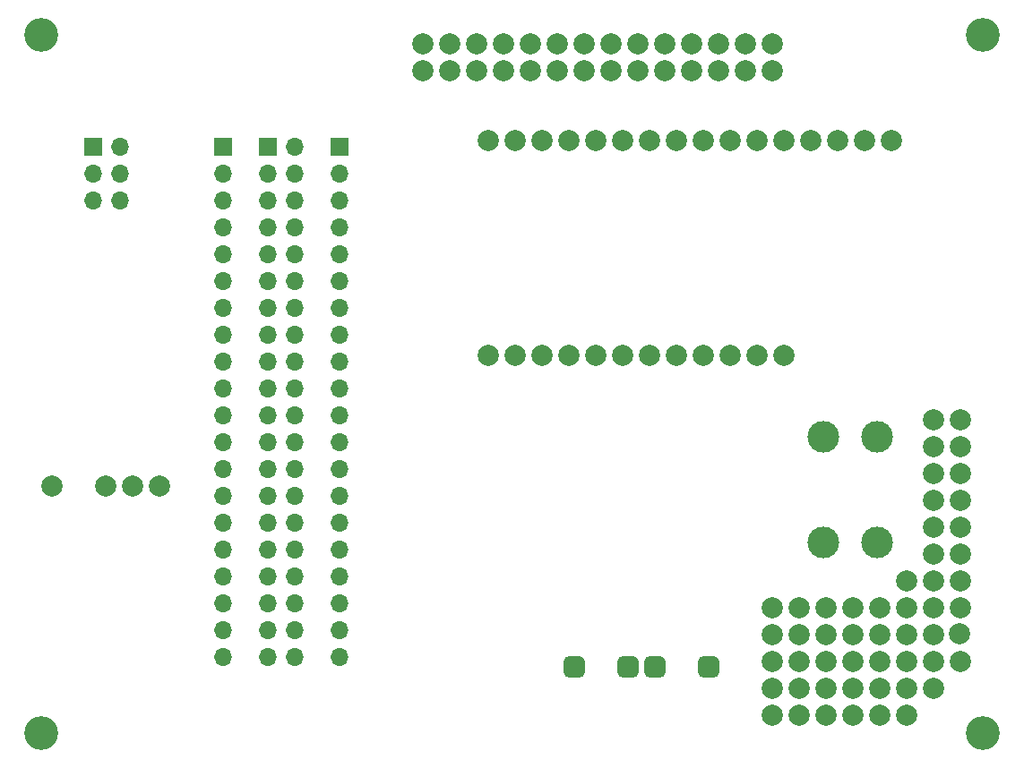
<source format=gts>
%TF.GenerationSoftware,KiCad,Pcbnew,(6.0.10)*%
%TF.CreationDate,2024-06-04T10:03:53+09:00*%
%TF.ProjectId,extension_circuit_board,65787465-6e73-4696-9f6e-5f6369726375,rev?*%
%TF.SameCoordinates,Original*%
%TF.FileFunction,Soldermask,Top*%
%TF.FilePolarity,Negative*%
%FSLAX46Y46*%
G04 Gerber Fmt 4.6, Leading zero omitted, Abs format (unit mm)*
G04 Created by KiCad (PCBNEW (6.0.10)) date 2024-06-04 10:03:53*
%MOMM*%
%LPD*%
G01*
G04 APERTURE LIST*
G04 Aperture macros list*
%AMRoundRect*
0 Rectangle with rounded corners*
0 $1 Rounding radius*
0 $2 $3 $4 $5 $6 $7 $8 $9 X,Y pos of 4 corners*
0 Add a 4 corners polygon primitive as box body*
4,1,4,$2,$3,$4,$5,$6,$7,$8,$9,$2,$3,0*
0 Add four circle primitives for the rounded corners*
1,1,$1+$1,$2,$3*
1,1,$1+$1,$4,$5*
1,1,$1+$1,$6,$7*
1,1,$1+$1,$8,$9*
0 Add four rect primitives between the rounded corners*
20,1,$1+$1,$2,$3,$4,$5,0*
20,1,$1+$1,$4,$5,$6,$7,0*
20,1,$1+$1,$6,$7,$8,$9,0*
20,1,$1+$1,$8,$9,$2,$3,0*%
G04 Aperture macros list end*
%ADD10C,2.000000*%
%ADD11C,3.200000*%
%ADD12R,1.700000X1.700000*%
%ADD13O,1.700000X1.700000*%
%ADD14RoundRect,0.500000X-0.500000X-0.500000X0.500000X-0.500000X0.500000X0.500000X-0.500000X0.500000X0*%
%ADD15C,3.000000*%
G04 APERTURE END LIST*
D10*
%TO.C,*%
X160020000Y-50800000D03*
%TD*%
%TO.C,*%
X160020000Y-53340000D03*
%TD*%
%TO.C,*%
X162560000Y-50800000D03*
%TD*%
%TO.C,*%
X162560000Y-53340000D03*
%TD*%
%TO.C,*%
X165100000Y-50800000D03*
%TD*%
%TO.C,*%
X165100000Y-53340000D03*
%TD*%
%TO.C,*%
X167640000Y-50800000D03*
%TD*%
%TO.C,*%
X167640000Y-53340000D03*
%TD*%
%TO.C,*%
X170180000Y-50800000D03*
%TD*%
%TO.C,*%
X170180000Y-53340000D03*
%TD*%
%TO.C,*%
X172720000Y-50800000D03*
%TD*%
%TO.C,*%
X172720000Y-53340000D03*
%TD*%
%TO.C,*%
X175260000Y-50800000D03*
%TD*%
%TO.C,*%
X175260000Y-53340000D03*
%TD*%
%TO.C,*%
X177800000Y-50800000D03*
%TD*%
%TO.C,*%
X177800000Y-53340000D03*
%TD*%
%TO.C,*%
X180340000Y-50800000D03*
%TD*%
%TO.C,*%
X180340000Y-53340000D03*
%TD*%
%TO.C,*%
X182880000Y-50800000D03*
%TD*%
%TO.C,*%
X182880000Y-53340000D03*
%TD*%
%TO.C,*%
X185420000Y-50800000D03*
%TD*%
%TO.C,*%
X185420000Y-53340000D03*
%TD*%
%TO.C,*%
X187960000Y-50800000D03*
%TD*%
%TO.C,*%
X187960000Y-53340000D03*
%TD*%
%TO.C,*%
X190500000Y-50800000D03*
%TD*%
%TO.C,*%
X190500000Y-53340000D03*
%TD*%
%TO.C,*%
X193040000Y-53340000D03*
%TD*%
%TO.C,*%
X193040000Y-50800000D03*
%TD*%
%TO.C,*%
X195580000Y-114300000D03*
%TD*%
%TO.C,*%
X193040000Y-109220000D03*
%TD*%
%TO.C,*%
X193040000Y-106680000D03*
%TD*%
%TO.C,*%
X195580000Y-104140000D03*
%TD*%
%TO.C,*%
X193040000Y-104140000D03*
%TD*%
%TO.C,*%
X193040000Y-114300000D03*
%TD*%
%TO.C,*%
X193040000Y-111760000D03*
%TD*%
%TO.C,*%
X195580000Y-109220000D03*
%TD*%
%TO.C,*%
X195580000Y-106680000D03*
%TD*%
%TO.C,*%
X195580000Y-111760000D03*
%TD*%
%TO.C,*%
X205740000Y-114300000D03*
%TD*%
%TO.C,*%
X203200000Y-114300000D03*
%TD*%
%TO.C,*%
X200660000Y-114300000D03*
%TD*%
%TO.C,*%
X198120000Y-114300000D03*
%TD*%
%TO.C,*%
X198120000Y-111760000D03*
%TD*%
%TO.C,*%
X198120000Y-109220000D03*
%TD*%
%TO.C,*%
X198120000Y-106680000D03*
%TD*%
%TO.C,*%
X198120000Y-104140000D03*
%TD*%
%TO.C,*%
X200660000Y-104140000D03*
%TD*%
%TO.C,*%
X200660000Y-106680000D03*
%TD*%
%TO.C,*%
X200660000Y-109220000D03*
%TD*%
%TO.C,*%
X200660000Y-111760000D03*
%TD*%
%TO.C,*%
X203200000Y-111760000D03*
%TD*%
%TO.C,*%
X205740000Y-111760000D03*
%TD*%
%TO.C,*%
X208280000Y-111760000D03*
%TD*%
%TO.C,*%
X210820000Y-109220000D03*
%TD*%
%TO.C,*%
X208280000Y-109220000D03*
%TD*%
%TO.C,*%
X205740000Y-109220000D03*
%TD*%
%TO.C,*%
X203200000Y-109220000D03*
%TD*%
%TO.C,*%
X203200000Y-104140000D03*
%TD*%
%TO.C,*%
X203200000Y-106680000D03*
%TD*%
%TO.C,*%
X205740000Y-106680000D03*
%TD*%
%TO.C,*%
X208280000Y-106680000D03*
%TD*%
%TO.C,*%
X210813266Y-106666533D03*
%TD*%
%TO.C,*%
X210820000Y-104140000D03*
%TD*%
%TO.C,*%
X205740000Y-101600000D03*
%TD*%
%TO.C,*%
X205740000Y-104140000D03*
%TD*%
%TO.C,*%
X208280000Y-104140000D03*
%TD*%
%TO.C,*%
X210820000Y-86360000D03*
%TD*%
%TO.C,*%
X208280000Y-86360000D03*
%TD*%
%TO.C,*%
X210820000Y-101600000D03*
%TD*%
%TO.C,*%
X208280000Y-101600000D03*
%TD*%
%TO.C,*%
X210820000Y-99060000D03*
%TD*%
%TO.C,*%
X208280000Y-99060000D03*
%TD*%
%TO.C,*%
X210820000Y-96520000D03*
%TD*%
%TO.C,*%
X208280000Y-96520000D03*
%TD*%
%TO.C,*%
X210820000Y-93980000D03*
%TD*%
%TO.C,*%
X208280000Y-93980000D03*
%TD*%
%TO.C,*%
X208280000Y-91440000D03*
%TD*%
%TO.C,*%
X208280000Y-88900000D03*
%TD*%
%TO.C,*%
X210820000Y-88900000D03*
%TD*%
%TO.C,*%
X210820000Y-91440000D03*
%TD*%
D11*
%TO.C,REF\u002A\u002A*%
X213000000Y-50000000D03*
%TD*%
D12*
%TO.C,J3*%
X152200000Y-60600000D03*
D13*
X152200000Y-63140000D03*
X152200000Y-65680000D03*
X152200000Y-68220000D03*
X152200000Y-70760000D03*
X152200000Y-73300000D03*
X152200000Y-75840000D03*
X152200000Y-78380000D03*
X152200000Y-80920000D03*
X152200000Y-83460000D03*
X152200000Y-86000000D03*
X152200000Y-88540000D03*
X152200000Y-91080000D03*
X152200000Y-93620000D03*
X152200000Y-96160000D03*
X152200000Y-98700000D03*
X152200000Y-101240000D03*
X152200000Y-103780000D03*
X152200000Y-106320000D03*
X152200000Y-108860000D03*
%TD*%
D12*
%TO.C,J5*%
X128925000Y-60600000D03*
D13*
X131465000Y-60600000D03*
X128925000Y-63140000D03*
X131465000Y-63140000D03*
X128925000Y-65680000D03*
X131465000Y-65680000D03*
%TD*%
D11*
%TO.C,REF\u002A\u002A*%
X124000000Y-50000000D03*
%TD*%
D14*
%TO.C,U1*%
X187040000Y-109790000D03*
X181960000Y-109790000D03*
X179420000Y-109790000D03*
X174340000Y-109790000D03*
%TD*%
D15*
%TO.C,J6*%
X197920000Y-88000000D03*
X203000000Y-88000000D03*
%TD*%
D11*
%TO.C,REF\u002A\u002A*%
X124000000Y-116000000D03*
%TD*%
D12*
%TO.C,J1*%
X141200000Y-60600000D03*
D13*
X141200000Y-63140000D03*
X141200000Y-65680000D03*
X141200000Y-68220000D03*
X141200000Y-70760000D03*
X141200000Y-73300000D03*
X141200000Y-75840000D03*
X141200000Y-78380000D03*
X141200000Y-80920000D03*
X141200000Y-83460000D03*
X141200000Y-86000000D03*
X141200000Y-88540000D03*
X141200000Y-91080000D03*
X141200000Y-93620000D03*
X141200000Y-96160000D03*
X141200000Y-98700000D03*
X141200000Y-101240000D03*
X141200000Y-103780000D03*
X141200000Y-106320000D03*
X141200000Y-108860000D03*
%TD*%
D11*
%TO.C,REF\u002A\u002A*%
X213000000Y-116000000D03*
%TD*%
D10*
%TO.C,J4*%
X204315000Y-59940000D03*
X201775000Y-59940000D03*
X199235000Y-59940000D03*
X196695000Y-59940000D03*
X194155000Y-59940000D03*
X191615000Y-59940000D03*
X189075000Y-59940000D03*
X186535000Y-59940000D03*
X183995000Y-59940000D03*
X181455000Y-59940000D03*
X178915000Y-59940000D03*
X176375000Y-59940000D03*
X173835000Y-59940000D03*
X171295000Y-59940000D03*
X168755000Y-59940000D03*
X166215000Y-59940000D03*
X194155000Y-80260000D03*
X191615000Y-80260000D03*
X189075000Y-80260000D03*
X186535000Y-80260000D03*
X183995000Y-80260000D03*
X181455000Y-80260000D03*
X178915000Y-80260000D03*
X176375000Y-80260000D03*
X173835000Y-80260000D03*
X171295000Y-80260000D03*
X168755000Y-80260000D03*
X166215000Y-80260000D03*
%TD*%
D15*
%TO.C,J7*%
X197920000Y-98000000D03*
X203000000Y-98000000D03*
%TD*%
D10*
%TO.C,SW1*%
X130060000Y-92700000D03*
X132600000Y-92700000D03*
X135140000Y-92700000D03*
X124980000Y-92700000D03*
%TD*%
D12*
%TO.C,J2*%
X145400000Y-60600000D03*
D13*
X147940000Y-60600000D03*
X145400000Y-63140000D03*
X147940000Y-63140000D03*
X145400000Y-65680000D03*
X147940000Y-65680000D03*
X145400000Y-68220000D03*
X147940000Y-68220000D03*
X145400000Y-70760000D03*
X147940000Y-70760000D03*
X145400000Y-73300000D03*
X147940000Y-73300000D03*
X145400000Y-75840000D03*
X147940000Y-75840000D03*
X145400000Y-78380000D03*
X147940000Y-78380000D03*
X145400000Y-80920000D03*
X147940000Y-80920000D03*
X145400000Y-83460000D03*
X147940000Y-83460000D03*
X145400000Y-86000000D03*
X147940000Y-86000000D03*
X145400000Y-88540000D03*
X147940000Y-88540000D03*
X145400000Y-91080000D03*
X147940000Y-91080000D03*
X145400000Y-93620000D03*
X147940000Y-93620000D03*
X145400000Y-96160000D03*
X147940000Y-96160000D03*
X145400000Y-98700000D03*
X147940000Y-98700000D03*
X145400000Y-101240000D03*
X147940000Y-101240000D03*
X145400000Y-103780000D03*
X147940000Y-103780000D03*
X145400000Y-106320000D03*
X147940000Y-106320000D03*
X145400000Y-108860000D03*
X147940000Y-108860000D03*
%TD*%
M02*

</source>
